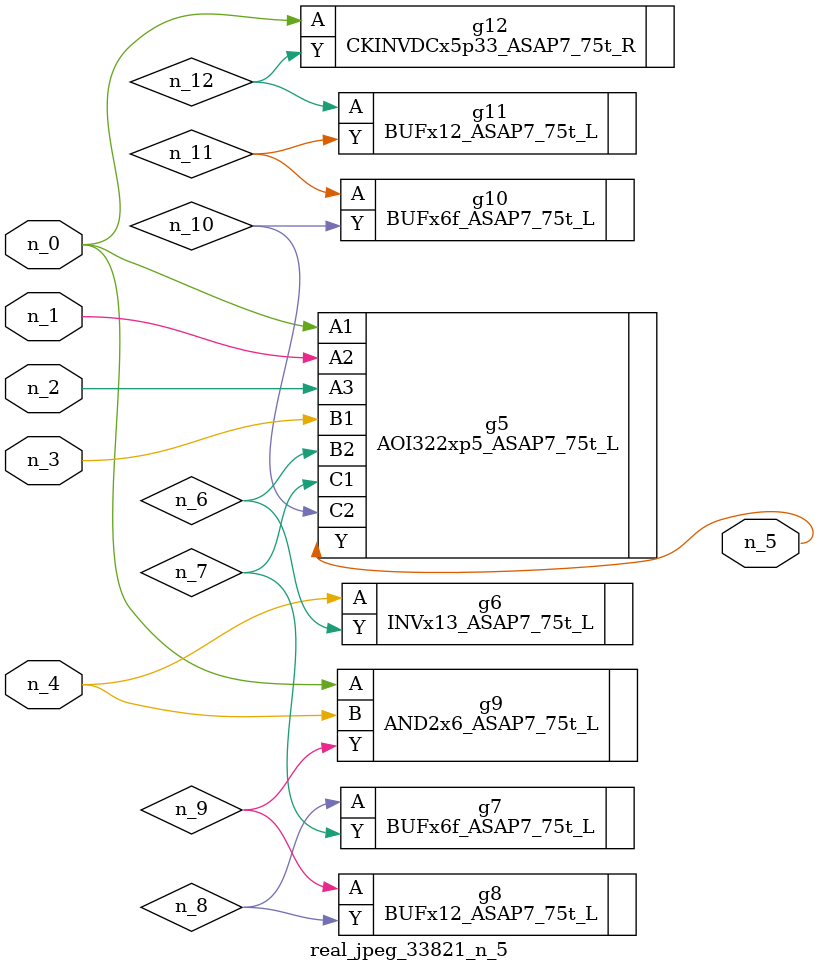
<source format=v>
module real_jpeg_33821_n_5 (n_4, n_0, n_1, n_2, n_3, n_5);

input n_4;
input n_0;
input n_1;
input n_2;
input n_3;

output n_5;

wire n_12;
wire n_8;
wire n_11;
wire n_6;
wire n_7;
wire n_10;
wire n_9;

AOI322xp5_ASAP7_75t_L g5 ( 
.A1(n_0),
.A2(n_1),
.A3(n_2),
.B1(n_3),
.B2(n_6),
.C1(n_7),
.C2(n_10),
.Y(n_5)
);

AND2x6_ASAP7_75t_L g9 ( 
.A(n_0),
.B(n_4),
.Y(n_9)
);

CKINVDCx5p33_ASAP7_75t_R g12 ( 
.A(n_0),
.Y(n_12)
);

INVx13_ASAP7_75t_L g6 ( 
.A(n_4),
.Y(n_6)
);

BUFx6f_ASAP7_75t_L g7 ( 
.A(n_8),
.Y(n_7)
);

BUFx12_ASAP7_75t_L g8 ( 
.A(n_9),
.Y(n_8)
);

BUFx6f_ASAP7_75t_L g10 ( 
.A(n_11),
.Y(n_10)
);

BUFx12_ASAP7_75t_L g11 ( 
.A(n_12),
.Y(n_11)
);


endmodule
</source>
